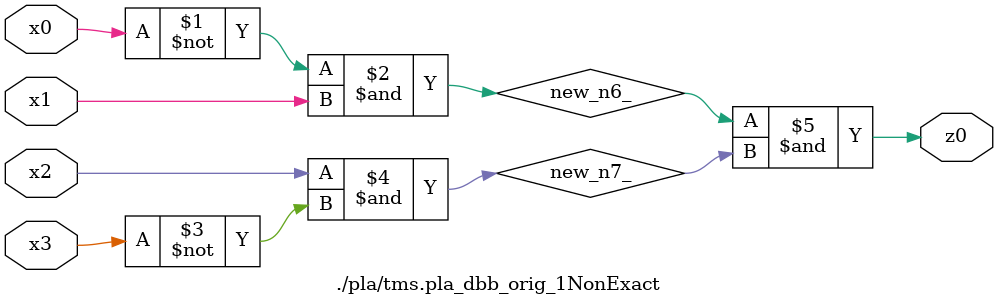
<source format=v>

module \./pla/tms.pla_dbb_orig_1NonExact  ( 
    x0, x1, x2, x3,
    z0  );
  input  x0, x1, x2, x3;
  output z0;
  wire new_n6_, new_n7_;
  assign new_n6_ = ~x0 & x1;
  assign new_n7_ = x2 & ~x3;
  assign z0 = new_n6_ & new_n7_;
endmodule



</source>
